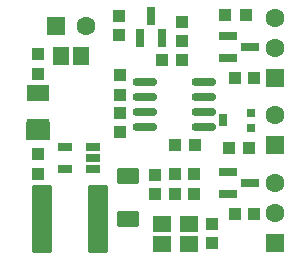
<source format=gts>
%FSAX44Y44*%
%MOMM*%
G71*
G01*
G75*
G04 Layer_Color=8388736*
%ADD10R,0.9000X1.0000*%
%ADD11R,1.5000X0.6000*%
%ADD12R,1.0000X0.9000*%
%ADD13R,1.1000X0.6500*%
%ADD14R,1.0000X1.0000*%
%ADD15R,1.0000X1.0000*%
%ADD16R,0.6000X1.5000*%
%ADD17R,1.5000X1.3000*%
G04:AMPARAMS|DCode=18|XSize=1.32mm|YSize=1.68mm|CornerRadius=0.066mm|HoleSize=0mm|Usage=FLASHONLY|Rotation=90.000|XOffset=0mm|YOffset=0mm|HoleType=Round|Shape=RoundedRectangle|*
%AMROUNDEDRECTD18*
21,1,1.3200,1.5480,0,0,90.0*
21,1,1.1880,1.6800,0,0,90.0*
1,1,0.1320,0.7740,0.5940*
1,1,0.1320,0.7740,-0.5940*
1,1,0.1320,-0.7740,-0.5940*
1,1,0.1320,-0.7740,0.5940*
%
%ADD18ROUNDEDRECTD18*%
%ADD19R,1.8000X1.3000*%
G04:AMPARAMS|DCode=20|XSize=1.6mm|YSize=5.7mm|CornerRadius=0.08mm|HoleSize=0mm|Usage=FLASHONLY|Rotation=0.000|XOffset=0mm|YOffset=0mm|HoleType=Round|Shape=RoundedRectangle|*
%AMROUNDEDRECTD20*
21,1,1.6000,5.5400,0,0,0.0*
21,1,1.4400,5.7000,0,0,0.0*
1,1,0.1600,0.7200,-2.7700*
1,1,0.1600,-0.7200,-2.7700*
1,1,0.1600,-0.7200,2.7700*
1,1,0.1600,0.7200,2.7700*
%
%ADD20ROUNDEDRECTD20*%
%ADD21O,2.0000X0.6000*%
%ADD22R,1.3000X1.5000*%
%ADD23R,0.7000X0.6000*%
%ADD24R,0.7000X0.9000*%
%ADD25C,0.2000*%
%ADD26C,1.0000*%
%ADD27C,0.8000*%
%ADD28C,0.3000*%
%ADD29C,0.6000*%
%ADD30C,1.5000*%
%ADD31R,1.5000X1.5000*%
%ADD32R,1.5000X1.5000*%
%ADD33C,0.6000*%
%ADD34C,0.2500*%
%ADD35C,0.1270*%
%ADD36C,0.1000*%
%ADD37C,0.1524*%
%ADD38R,2.0000X1.5000*%
%ADD39R,1.0000X1.1000*%
%ADD40R,1.6000X0.7000*%
%ADD41R,1.1000X1.0000*%
%ADD42R,1.2000X0.7500*%
%ADD43R,1.1000X1.1000*%
%ADD44R,1.1000X1.1000*%
%ADD45R,0.7000X1.6000*%
%ADD46R,1.6000X1.4000*%
G04:AMPARAMS|DCode=47|XSize=1.42mm|YSize=1.78mm|CornerRadius=0.116mm|HoleSize=0mm|Usage=FLASHONLY|Rotation=90.000|XOffset=0mm|YOffset=0mm|HoleType=Round|Shape=RoundedRectangle|*
%AMROUNDEDRECTD47*
21,1,1.4200,1.5480,0,0,90.0*
21,1,1.1880,1.7800,0,0,90.0*
1,1,0.2320,0.7740,0.5940*
1,1,0.2320,0.7740,-0.5940*
1,1,0.2320,-0.7740,-0.5940*
1,1,0.2320,-0.7740,0.5940*
%
%ADD47ROUNDEDRECTD47*%
%ADD48R,1.9000X1.4000*%
G04:AMPARAMS|DCode=49|XSize=1.7mm|YSize=5.8mm|CornerRadius=0.13mm|HoleSize=0mm|Usage=FLASHONLY|Rotation=0.000|XOffset=0mm|YOffset=0mm|HoleType=Round|Shape=RoundedRectangle|*
%AMROUNDEDRECTD49*
21,1,1.7000,5.5400,0,0,0.0*
21,1,1.4400,5.8000,0,0,0.0*
1,1,0.2600,0.7200,-2.7700*
1,1,0.2600,-0.7200,-2.7700*
1,1,0.2600,-0.7200,2.7700*
1,1,0.2600,0.7200,2.7700*
%
%ADD49ROUNDEDRECTD49*%
%ADD50O,2.1000X0.7000*%
%ADD51R,1.4000X1.6000*%
%ADD52R,0.8000X0.7000*%
%ADD53R,0.8000X1.0000*%
%ADD54C,1.6000*%
%ADD55R,1.6000X1.6000*%
%ADD56R,1.6000X1.6000*%
D38*
X01423000Y00574500D02*
D03*
D39*
X01601930Y00560200D02*
D03*
X01584930D02*
D03*
X01599150Y00672850D02*
D03*
X01582150D02*
D03*
X01545500Y00635000D02*
D03*
X01528500D02*
D03*
X01556000Y00563000D02*
D03*
X01539000D02*
D03*
D40*
X01602930Y00530990D02*
D03*
X01583930Y00521490D02*
D03*
Y00540490D02*
D03*
X01603150Y00646180D02*
D03*
X01584150Y00636680D02*
D03*
Y00655680D02*
D03*
D41*
X01423000Y00538500D02*
D03*
Y00555500D02*
D03*
X01555670Y00521220D02*
D03*
Y00538220D02*
D03*
X01539160Y00538220D02*
D03*
Y00521220D02*
D03*
X01493000Y00622500D02*
D03*
Y00605500D02*
D03*
X01423000Y00623500D02*
D03*
Y00640500D02*
D03*
D42*
X01470000Y00542500D02*
D03*
Y00552000D02*
D03*
Y00561500D02*
D03*
X01446000D02*
D03*
Y00542500D02*
D03*
D43*
X01522650Y00521720D02*
D03*
Y00537720D02*
D03*
X01492000Y00656000D02*
D03*
Y00672000D02*
D03*
X01545000Y00651000D02*
D03*
Y00667000D02*
D03*
X01571000Y00496000D02*
D03*
Y00480000D02*
D03*
X01493000Y00590000D02*
D03*
Y00574000D02*
D03*
D44*
X01606000Y00620000D02*
D03*
X01590000D02*
D03*
X01606000Y00505000D02*
D03*
X01590000D02*
D03*
D45*
X01519000Y00672500D02*
D03*
X01528500Y00653500D02*
D03*
X01509500D02*
D03*
D46*
X01551000Y00496500D02*
D03*
Y00479500D02*
D03*
X01528000Y00496500D02*
D03*
Y00479500D02*
D03*
D47*
X01500000Y00537000D02*
D03*
Y00500000D02*
D03*
D48*
X01423000Y00607500D02*
D03*
Y00578500D02*
D03*
D49*
X01427000Y00500000D02*
D03*
X01474000D02*
D03*
D50*
X01563680Y00578420D02*
D03*
Y00591120D02*
D03*
Y00603820D02*
D03*
Y00616520D02*
D03*
X01513680Y00578420D02*
D03*
Y00591120D02*
D03*
Y00603820D02*
D03*
Y00616520D02*
D03*
D51*
X01459500Y00638000D02*
D03*
X01442500D02*
D03*
D52*
X01604000Y00577500D02*
D03*
Y00590500D02*
D03*
D53*
X01580000Y00584000D02*
D03*
D54*
X01624000Y00670800D02*
D03*
Y00645400D02*
D03*
Y00588400D02*
D03*
Y00530800D02*
D03*
Y00505400D02*
D03*
X01464400Y00664000D02*
D03*
D55*
X01624000Y00620000D02*
D03*
Y00563000D02*
D03*
Y00480000D02*
D03*
D56*
X01439000Y00664000D02*
D03*
M02*

</source>
